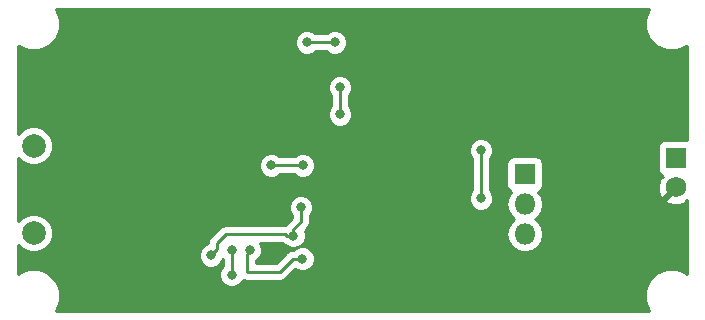
<source format=gbl>
G04 #@! TF.GenerationSoftware,KiCad,Pcbnew,5.0.1*
G04 #@! TF.CreationDate,2019-03-20T12:14:45+09:00*
G04 #@! TF.ProjectId,supersonic_bone_therapy_equipment,7375706572736F6E69635F626F6E655F,rev?*
G04 #@! TF.SameCoordinates,Original*
G04 #@! TF.FileFunction,Copper,L2,Bot,Signal*
G04 #@! TF.FilePolarity,Positive*
%FSLAX46Y46*%
G04 Gerber Fmt 4.6, Leading zero omitted, Abs format (unit mm)*
G04 Created by KiCad (PCBNEW 5.0.1) date 2019年03月20日 12時14分45秒*
%MOMM*%
%LPD*%
G01*
G04 APERTURE LIST*
G04 #@! TA.AperFunction,ComponentPad*
%ADD10C,2.000000*%
G04 #@! TD*
G04 #@! TA.AperFunction,ComponentPad*
%ADD11C,1.750000*%
G04 #@! TD*
G04 #@! TA.AperFunction,ComponentPad*
%ADD12R,1.750000X1.750000*%
G04 #@! TD*
G04 #@! TA.AperFunction,ComponentPad*
%ADD13O,1.800000X1.800000*%
G04 #@! TD*
G04 #@! TA.AperFunction,ComponentPad*
%ADD14R,1.800000X1.800000*%
G04 #@! TD*
G04 #@! TA.AperFunction,ViaPad*
%ADD15C,0.800000*%
G04 #@! TD*
G04 #@! TA.AperFunction,Conductor*
%ADD16C,0.250000*%
G04 #@! TD*
G04 #@! TA.AperFunction,Conductor*
%ADD17C,0.254000*%
G04 #@! TD*
G04 APERTURE END LIST*
D10*
G04 #@! TO.P,J1,2*
G04 #@! TO.N,GND*
X127000000Y-106700000D03*
X127000000Y-99300000D03*
G04 #@! TD*
D11*
G04 #@! TO.P,J2,2*
G04 #@! TO.N,+5V*
X181356000Y-102830000D03*
D12*
G04 #@! TO.P,J2,1*
G04 #@! TO.N,Net-(J2-Pad1)*
X181356000Y-100330000D03*
G04 #@! TD*
D13*
G04 #@! TO.P,Q1,3*
G04 #@! TO.N,GND*
X168579800Y-106807000D03*
G04 #@! TO.P,Q1,2*
G04 #@! TO.N,Net-(J2-Pad1)*
X168579800Y-104267000D03*
D14*
G04 #@! TO.P,Q1,1*
G04 #@! TO.N,Net-(Q1-Pad1)*
X168579800Y-101727000D03*
G04 #@! TD*
D15*
G04 #@! TO.N,GND*
X149008000Y-106934000D03*
X142018000Y-108590000D03*
X149638000Y-104526000D03*
X164878000Y-99700000D03*
X164878000Y-103764000D03*
X152516600Y-90556000D03*
X150146000Y-90556000D03*
X152940000Y-94366000D03*
X152940000Y-96652000D03*
G04 #@! TO.N,Net-(C2-Pad1)*
X149764000Y-108870000D03*
X145288000Y-108145000D03*
G04 #@! TO.N,+5V*
X152178000Y-88778000D03*
X151670000Y-94874000D03*
X132366000Y-100208000D03*
G04 #@! TO.N,Net-(RV1-Pad3)*
X143764000Y-110236000D03*
X143768653Y-108145000D03*
X147116800Y-100965000D03*
X149809200Y-100965000D03*
G04 #@! TD*
D16*
G04 #@! TO.N,GND*
X148442315Y-106934000D02*
X148320315Y-106812000D01*
X149008000Y-106934000D02*
X148442315Y-106934000D01*
X148320315Y-106812000D02*
X143288000Y-106812000D01*
X143288000Y-106812000D02*
X142526000Y-107574000D01*
X142526000Y-107574000D02*
X142526000Y-108082000D01*
X142526000Y-108082000D02*
X142018000Y-108590000D01*
X149008000Y-106368315D02*
X149638000Y-105738315D01*
X149008000Y-106934000D02*
X149008000Y-106368315D01*
X149638000Y-105738315D02*
X149638000Y-104526000D01*
X164878000Y-99700000D02*
X164878000Y-103764000D01*
X152516600Y-90556000D02*
X150146000Y-90556000D01*
X152940000Y-94366000D02*
X152940000Y-96652000D01*
G04 #@! TO.N,Net-(C2-Pad1)*
X149764000Y-108870000D02*
X148940000Y-108870000D01*
X148940000Y-108870000D02*
X147828000Y-109982000D01*
X147828000Y-109982000D02*
X145034000Y-109982000D01*
X145034000Y-109982000D02*
X145034000Y-108458000D01*
X145034000Y-108458000D02*
X145288000Y-108204000D01*
X145288000Y-108204000D02*
X145288000Y-108145000D01*
G04 #@! TO.N,Net-(RV1-Pad3)*
X143764000Y-108204000D02*
X143764000Y-108149653D01*
X143764000Y-108149653D02*
X143768653Y-108145000D01*
X143764000Y-110236000D02*
X143768653Y-108145000D01*
X147116800Y-100965000D02*
X149809200Y-100965000D01*
G04 #@! TD*
D17*
G04 #@! TO.N,+5V*
G36*
X179105259Y-87733974D02*
X178765000Y-88555431D01*
X178765000Y-89444569D01*
X179105259Y-90266026D01*
X179733974Y-90894741D01*
X180555431Y-91235000D01*
X181444569Y-91235000D01*
X182266026Y-90894741D01*
X182290000Y-90870767D01*
X182290000Y-98819296D01*
X182231000Y-98807560D01*
X180481000Y-98807560D01*
X180233235Y-98856843D01*
X180023191Y-98997191D01*
X179882843Y-99207235D01*
X179833560Y-99455000D01*
X179833560Y-101205000D01*
X179882843Y-101452765D01*
X180023191Y-101662809D01*
X180218745Y-101793475D01*
X180179306Y-101832914D01*
X180293938Y-101947546D01*
X180040047Y-102030884D01*
X179834410Y-102595306D01*
X179860421Y-103195458D01*
X180040047Y-103629116D01*
X180293940Y-103712455D01*
X181176395Y-102830000D01*
X181162253Y-102815858D01*
X181341858Y-102636253D01*
X181356000Y-102650395D01*
X181370143Y-102636253D01*
X181549748Y-102815858D01*
X181535605Y-102830000D01*
X181549748Y-102844143D01*
X181370143Y-103023748D01*
X181356000Y-103009605D01*
X180473545Y-103892060D01*
X180556884Y-104145953D01*
X181121306Y-104351590D01*
X181721458Y-104325579D01*
X182155116Y-104145953D01*
X182238454Y-103892062D01*
X182290001Y-103943609D01*
X182290001Y-110129234D01*
X182266026Y-110105259D01*
X181444569Y-109765000D01*
X180555431Y-109765000D01*
X179733974Y-110105259D01*
X179105259Y-110733974D01*
X178765000Y-111555431D01*
X178765000Y-112444569D01*
X179105259Y-113266026D01*
X179129233Y-113290000D01*
X128870767Y-113290000D01*
X128894741Y-113266026D01*
X129235000Y-112444569D01*
X129235000Y-111555431D01*
X128894741Y-110733974D01*
X128266026Y-110105259D01*
X127444569Y-109765000D01*
X126555431Y-109765000D01*
X125733974Y-110105259D01*
X125710000Y-110129233D01*
X125710000Y-108384126D01*
X140983000Y-108384126D01*
X140983000Y-108795874D01*
X141140569Y-109176280D01*
X141431720Y-109467431D01*
X141812126Y-109625000D01*
X142223874Y-109625000D01*
X142604280Y-109467431D01*
X142895431Y-109176280D01*
X143006956Y-108907034D01*
X143005568Y-109530721D01*
X142886569Y-109649720D01*
X142729000Y-110030126D01*
X142729000Y-110441874D01*
X142886569Y-110822280D01*
X143177720Y-111113431D01*
X143558126Y-111271000D01*
X143969874Y-111271000D01*
X144350280Y-111113431D01*
X144641431Y-110822280D01*
X144702599Y-110674608D01*
X144737463Y-110697904D01*
X145034000Y-110756889D01*
X145108852Y-110742000D01*
X147753153Y-110742000D01*
X147828000Y-110756888D01*
X147902847Y-110742000D01*
X147902852Y-110742000D01*
X148124537Y-110697904D01*
X148375929Y-110529929D01*
X148418331Y-110466471D01*
X149157546Y-109727257D01*
X149177720Y-109747431D01*
X149558126Y-109905000D01*
X149969874Y-109905000D01*
X150350280Y-109747431D01*
X150641431Y-109456280D01*
X150799000Y-109075874D01*
X150799000Y-108664126D01*
X150641431Y-108283720D01*
X150350280Y-107992569D01*
X149969874Y-107835000D01*
X149558126Y-107835000D01*
X149177720Y-107992569D01*
X149060289Y-108110000D01*
X149014846Y-108110000D01*
X148939999Y-108095112D01*
X148865152Y-108110000D01*
X148865148Y-108110000D01*
X148643463Y-108154096D01*
X148580902Y-108195898D01*
X148455526Y-108279671D01*
X148455524Y-108279673D01*
X148392071Y-108322071D01*
X148349673Y-108385525D01*
X147513199Y-109222000D01*
X145794000Y-109222000D01*
X145794000Y-109055684D01*
X145874280Y-109022431D01*
X146165431Y-108731280D01*
X146323000Y-108350874D01*
X146323000Y-107939126D01*
X146170932Y-107572000D01*
X148029187Y-107572000D01*
X148145778Y-107649904D01*
X148288603Y-107678314D01*
X148421720Y-107811431D01*
X148802126Y-107969000D01*
X149213874Y-107969000D01*
X149594280Y-107811431D01*
X149885431Y-107520280D01*
X150043000Y-107139874D01*
X150043000Y-106728126D01*
X149949272Y-106501845D01*
X150122473Y-106328644D01*
X150185929Y-106286244D01*
X150353904Y-106034852D01*
X150398000Y-105813167D01*
X150398000Y-105813163D01*
X150412888Y-105738315D01*
X150398000Y-105663467D01*
X150398000Y-105229711D01*
X150515431Y-105112280D01*
X150673000Y-104731874D01*
X150673000Y-104320126D01*
X150515431Y-103939720D01*
X150224280Y-103648569D01*
X149843874Y-103491000D01*
X149432126Y-103491000D01*
X149051720Y-103648569D01*
X148760569Y-103939720D01*
X148603000Y-104320126D01*
X148603000Y-104731874D01*
X148760569Y-105112280D01*
X148878000Y-105229711D01*
X148878000Y-105423513D01*
X148523528Y-105777986D01*
X148460072Y-105820386D01*
X148314484Y-106038272D01*
X148245468Y-106052000D01*
X143362848Y-106052000D01*
X143288000Y-106037112D01*
X143213152Y-106052000D01*
X143213148Y-106052000D01*
X143039605Y-106086520D01*
X142991462Y-106096096D01*
X142823878Y-106208073D01*
X142740071Y-106264071D01*
X142697671Y-106327527D01*
X142041530Y-106983669D01*
X141978071Y-107026071D01*
X141810096Y-107277464D01*
X141766000Y-107499149D01*
X141766000Y-107499153D01*
X141751112Y-107574000D01*
X141752265Y-107579795D01*
X141431720Y-107712569D01*
X141140569Y-108003720D01*
X140983000Y-108384126D01*
X125710000Y-108384126D01*
X125710000Y-107722239D01*
X126073847Y-108086086D01*
X126674778Y-108335000D01*
X127325222Y-108335000D01*
X127926153Y-108086086D01*
X128386086Y-107626153D01*
X128635000Y-107025222D01*
X128635000Y-106374778D01*
X128386086Y-105773847D01*
X127926153Y-105313914D01*
X127325222Y-105065000D01*
X126674778Y-105065000D01*
X126073847Y-105313914D01*
X125710000Y-105677761D01*
X125710000Y-100322239D01*
X126073847Y-100686086D01*
X126674778Y-100935000D01*
X127325222Y-100935000D01*
X127749819Y-100759126D01*
X146081800Y-100759126D01*
X146081800Y-101170874D01*
X146239369Y-101551280D01*
X146530520Y-101842431D01*
X146910926Y-102000000D01*
X147322674Y-102000000D01*
X147703080Y-101842431D01*
X147820511Y-101725000D01*
X149105489Y-101725000D01*
X149222920Y-101842431D01*
X149603326Y-102000000D01*
X150015074Y-102000000D01*
X150395480Y-101842431D01*
X150686631Y-101551280D01*
X150844200Y-101170874D01*
X150844200Y-100759126D01*
X150686631Y-100378720D01*
X150395480Y-100087569D01*
X150015074Y-99930000D01*
X149603326Y-99930000D01*
X149222920Y-100087569D01*
X149105489Y-100205000D01*
X147820511Y-100205000D01*
X147703080Y-100087569D01*
X147322674Y-99930000D01*
X146910926Y-99930000D01*
X146530520Y-100087569D01*
X146239369Y-100378720D01*
X146081800Y-100759126D01*
X127749819Y-100759126D01*
X127926153Y-100686086D01*
X128386086Y-100226153D01*
X128635000Y-99625222D01*
X128635000Y-99494126D01*
X163843000Y-99494126D01*
X163843000Y-99905874D01*
X164000569Y-100286280D01*
X164118000Y-100403711D01*
X164118001Y-103060288D01*
X164000569Y-103177720D01*
X163843000Y-103558126D01*
X163843000Y-103969874D01*
X164000569Y-104350280D01*
X164291720Y-104641431D01*
X164672126Y-104799000D01*
X165083874Y-104799000D01*
X165464280Y-104641431D01*
X165755431Y-104350280D01*
X165789926Y-104267000D01*
X167014728Y-104267000D01*
X167133862Y-104865927D01*
X167473127Y-105373673D01*
X167717563Y-105537000D01*
X167473127Y-105700327D01*
X167133862Y-106208073D01*
X167014728Y-106807000D01*
X167133862Y-107405927D01*
X167473127Y-107913673D01*
X167980873Y-108252938D01*
X168428618Y-108342000D01*
X168730982Y-108342000D01*
X169178727Y-108252938D01*
X169686473Y-107913673D01*
X170025738Y-107405927D01*
X170144872Y-106807000D01*
X170025738Y-106208073D01*
X169686473Y-105700327D01*
X169442037Y-105537000D01*
X169686473Y-105373673D01*
X170025738Y-104865927D01*
X170144872Y-104267000D01*
X170025738Y-103668073D01*
X169729104Y-103224129D01*
X169937609Y-103084809D01*
X170077957Y-102874765D01*
X170127240Y-102627000D01*
X170127240Y-100827000D01*
X170077957Y-100579235D01*
X169937609Y-100369191D01*
X169727565Y-100228843D01*
X169479800Y-100179560D01*
X167679800Y-100179560D01*
X167432035Y-100228843D01*
X167221991Y-100369191D01*
X167081643Y-100579235D01*
X167032360Y-100827000D01*
X167032360Y-102627000D01*
X167081643Y-102874765D01*
X167221991Y-103084809D01*
X167430496Y-103224129D01*
X167133862Y-103668073D01*
X167014728Y-104267000D01*
X165789926Y-104267000D01*
X165913000Y-103969874D01*
X165913000Y-103558126D01*
X165755431Y-103177720D01*
X165638000Y-103060289D01*
X165638000Y-100403711D01*
X165755431Y-100286280D01*
X165913000Y-99905874D01*
X165913000Y-99494126D01*
X165755431Y-99113720D01*
X165464280Y-98822569D01*
X165083874Y-98665000D01*
X164672126Y-98665000D01*
X164291720Y-98822569D01*
X164000569Y-99113720D01*
X163843000Y-99494126D01*
X128635000Y-99494126D01*
X128635000Y-98974778D01*
X128386086Y-98373847D01*
X127926153Y-97913914D01*
X127325222Y-97665000D01*
X126674778Y-97665000D01*
X126073847Y-97913914D01*
X125710000Y-98277761D01*
X125710000Y-94160126D01*
X151905000Y-94160126D01*
X151905000Y-94571874D01*
X152062569Y-94952280D01*
X152180000Y-95069711D01*
X152180001Y-95948288D01*
X152062569Y-96065720D01*
X151905000Y-96446126D01*
X151905000Y-96857874D01*
X152062569Y-97238280D01*
X152353720Y-97529431D01*
X152734126Y-97687000D01*
X153145874Y-97687000D01*
X153526280Y-97529431D01*
X153817431Y-97238280D01*
X153975000Y-96857874D01*
X153975000Y-96446126D01*
X153817431Y-96065720D01*
X153700000Y-95948289D01*
X153700000Y-95069711D01*
X153817431Y-94952280D01*
X153975000Y-94571874D01*
X153975000Y-94160126D01*
X153817431Y-93779720D01*
X153526280Y-93488569D01*
X153145874Y-93331000D01*
X152734126Y-93331000D01*
X152353720Y-93488569D01*
X152062569Y-93779720D01*
X151905000Y-94160126D01*
X125710000Y-94160126D01*
X125710000Y-90870767D01*
X125733974Y-90894741D01*
X126555431Y-91235000D01*
X127444569Y-91235000D01*
X128266026Y-90894741D01*
X128810641Y-90350126D01*
X149111000Y-90350126D01*
X149111000Y-90761874D01*
X149268569Y-91142280D01*
X149559720Y-91433431D01*
X149940126Y-91591000D01*
X150351874Y-91591000D01*
X150732280Y-91433431D01*
X150849711Y-91316000D01*
X151812889Y-91316000D01*
X151930320Y-91433431D01*
X152310726Y-91591000D01*
X152722474Y-91591000D01*
X153102880Y-91433431D01*
X153394031Y-91142280D01*
X153551600Y-90761874D01*
X153551600Y-90350126D01*
X153394031Y-89969720D01*
X153102880Y-89678569D01*
X152722474Y-89521000D01*
X152310726Y-89521000D01*
X151930320Y-89678569D01*
X151812889Y-89796000D01*
X150849711Y-89796000D01*
X150732280Y-89678569D01*
X150351874Y-89521000D01*
X149940126Y-89521000D01*
X149559720Y-89678569D01*
X149268569Y-89969720D01*
X149111000Y-90350126D01*
X128810641Y-90350126D01*
X128894741Y-90266026D01*
X129235000Y-89444569D01*
X129235000Y-88555431D01*
X128894741Y-87733974D01*
X128870767Y-87710000D01*
X179129233Y-87710000D01*
X179105259Y-87733974D01*
X179105259Y-87733974D01*
G37*
X179105259Y-87733974D02*
X178765000Y-88555431D01*
X178765000Y-89444569D01*
X179105259Y-90266026D01*
X179733974Y-90894741D01*
X180555431Y-91235000D01*
X181444569Y-91235000D01*
X182266026Y-90894741D01*
X182290000Y-90870767D01*
X182290000Y-98819296D01*
X182231000Y-98807560D01*
X180481000Y-98807560D01*
X180233235Y-98856843D01*
X180023191Y-98997191D01*
X179882843Y-99207235D01*
X179833560Y-99455000D01*
X179833560Y-101205000D01*
X179882843Y-101452765D01*
X180023191Y-101662809D01*
X180218745Y-101793475D01*
X180179306Y-101832914D01*
X180293938Y-101947546D01*
X180040047Y-102030884D01*
X179834410Y-102595306D01*
X179860421Y-103195458D01*
X180040047Y-103629116D01*
X180293940Y-103712455D01*
X181176395Y-102830000D01*
X181162253Y-102815858D01*
X181341858Y-102636253D01*
X181356000Y-102650395D01*
X181370143Y-102636253D01*
X181549748Y-102815858D01*
X181535605Y-102830000D01*
X181549748Y-102844143D01*
X181370143Y-103023748D01*
X181356000Y-103009605D01*
X180473545Y-103892060D01*
X180556884Y-104145953D01*
X181121306Y-104351590D01*
X181721458Y-104325579D01*
X182155116Y-104145953D01*
X182238454Y-103892062D01*
X182290001Y-103943609D01*
X182290001Y-110129234D01*
X182266026Y-110105259D01*
X181444569Y-109765000D01*
X180555431Y-109765000D01*
X179733974Y-110105259D01*
X179105259Y-110733974D01*
X178765000Y-111555431D01*
X178765000Y-112444569D01*
X179105259Y-113266026D01*
X179129233Y-113290000D01*
X128870767Y-113290000D01*
X128894741Y-113266026D01*
X129235000Y-112444569D01*
X129235000Y-111555431D01*
X128894741Y-110733974D01*
X128266026Y-110105259D01*
X127444569Y-109765000D01*
X126555431Y-109765000D01*
X125733974Y-110105259D01*
X125710000Y-110129233D01*
X125710000Y-108384126D01*
X140983000Y-108384126D01*
X140983000Y-108795874D01*
X141140569Y-109176280D01*
X141431720Y-109467431D01*
X141812126Y-109625000D01*
X142223874Y-109625000D01*
X142604280Y-109467431D01*
X142895431Y-109176280D01*
X143006956Y-108907034D01*
X143005568Y-109530721D01*
X142886569Y-109649720D01*
X142729000Y-110030126D01*
X142729000Y-110441874D01*
X142886569Y-110822280D01*
X143177720Y-111113431D01*
X143558126Y-111271000D01*
X143969874Y-111271000D01*
X144350280Y-111113431D01*
X144641431Y-110822280D01*
X144702599Y-110674608D01*
X144737463Y-110697904D01*
X145034000Y-110756889D01*
X145108852Y-110742000D01*
X147753153Y-110742000D01*
X147828000Y-110756888D01*
X147902847Y-110742000D01*
X147902852Y-110742000D01*
X148124537Y-110697904D01*
X148375929Y-110529929D01*
X148418331Y-110466471D01*
X149157546Y-109727257D01*
X149177720Y-109747431D01*
X149558126Y-109905000D01*
X149969874Y-109905000D01*
X150350280Y-109747431D01*
X150641431Y-109456280D01*
X150799000Y-109075874D01*
X150799000Y-108664126D01*
X150641431Y-108283720D01*
X150350280Y-107992569D01*
X149969874Y-107835000D01*
X149558126Y-107835000D01*
X149177720Y-107992569D01*
X149060289Y-108110000D01*
X149014846Y-108110000D01*
X148939999Y-108095112D01*
X148865152Y-108110000D01*
X148865148Y-108110000D01*
X148643463Y-108154096D01*
X148580902Y-108195898D01*
X148455526Y-108279671D01*
X148455524Y-108279673D01*
X148392071Y-108322071D01*
X148349673Y-108385525D01*
X147513199Y-109222000D01*
X145794000Y-109222000D01*
X145794000Y-109055684D01*
X145874280Y-109022431D01*
X146165431Y-108731280D01*
X146323000Y-108350874D01*
X146323000Y-107939126D01*
X146170932Y-107572000D01*
X148029187Y-107572000D01*
X148145778Y-107649904D01*
X148288603Y-107678314D01*
X148421720Y-107811431D01*
X148802126Y-107969000D01*
X149213874Y-107969000D01*
X149594280Y-107811431D01*
X149885431Y-107520280D01*
X150043000Y-107139874D01*
X150043000Y-106728126D01*
X149949272Y-106501845D01*
X150122473Y-106328644D01*
X150185929Y-106286244D01*
X150353904Y-106034852D01*
X150398000Y-105813167D01*
X150398000Y-105813163D01*
X150412888Y-105738315D01*
X150398000Y-105663467D01*
X150398000Y-105229711D01*
X150515431Y-105112280D01*
X150673000Y-104731874D01*
X150673000Y-104320126D01*
X150515431Y-103939720D01*
X150224280Y-103648569D01*
X149843874Y-103491000D01*
X149432126Y-103491000D01*
X149051720Y-103648569D01*
X148760569Y-103939720D01*
X148603000Y-104320126D01*
X148603000Y-104731874D01*
X148760569Y-105112280D01*
X148878000Y-105229711D01*
X148878000Y-105423513D01*
X148523528Y-105777986D01*
X148460072Y-105820386D01*
X148314484Y-106038272D01*
X148245468Y-106052000D01*
X143362848Y-106052000D01*
X143288000Y-106037112D01*
X143213152Y-106052000D01*
X143213148Y-106052000D01*
X143039605Y-106086520D01*
X142991462Y-106096096D01*
X142823878Y-106208073D01*
X142740071Y-106264071D01*
X142697671Y-106327527D01*
X142041530Y-106983669D01*
X141978071Y-107026071D01*
X141810096Y-107277464D01*
X141766000Y-107499149D01*
X141766000Y-107499153D01*
X141751112Y-107574000D01*
X141752265Y-107579795D01*
X141431720Y-107712569D01*
X141140569Y-108003720D01*
X140983000Y-108384126D01*
X125710000Y-108384126D01*
X125710000Y-107722239D01*
X126073847Y-108086086D01*
X126674778Y-108335000D01*
X127325222Y-108335000D01*
X127926153Y-108086086D01*
X128386086Y-107626153D01*
X128635000Y-107025222D01*
X128635000Y-106374778D01*
X128386086Y-105773847D01*
X127926153Y-105313914D01*
X127325222Y-105065000D01*
X126674778Y-105065000D01*
X126073847Y-105313914D01*
X125710000Y-105677761D01*
X125710000Y-100322239D01*
X126073847Y-100686086D01*
X126674778Y-100935000D01*
X127325222Y-100935000D01*
X127749819Y-100759126D01*
X146081800Y-100759126D01*
X146081800Y-101170874D01*
X146239369Y-101551280D01*
X146530520Y-101842431D01*
X146910926Y-102000000D01*
X147322674Y-102000000D01*
X147703080Y-101842431D01*
X147820511Y-101725000D01*
X149105489Y-101725000D01*
X149222920Y-101842431D01*
X149603326Y-102000000D01*
X150015074Y-102000000D01*
X150395480Y-101842431D01*
X150686631Y-101551280D01*
X150844200Y-101170874D01*
X150844200Y-100759126D01*
X150686631Y-100378720D01*
X150395480Y-100087569D01*
X150015074Y-99930000D01*
X149603326Y-99930000D01*
X149222920Y-100087569D01*
X149105489Y-100205000D01*
X147820511Y-100205000D01*
X147703080Y-100087569D01*
X147322674Y-99930000D01*
X146910926Y-99930000D01*
X146530520Y-100087569D01*
X146239369Y-100378720D01*
X146081800Y-100759126D01*
X127749819Y-100759126D01*
X127926153Y-100686086D01*
X128386086Y-100226153D01*
X128635000Y-99625222D01*
X128635000Y-99494126D01*
X163843000Y-99494126D01*
X163843000Y-99905874D01*
X164000569Y-100286280D01*
X164118000Y-100403711D01*
X164118001Y-103060288D01*
X164000569Y-103177720D01*
X163843000Y-103558126D01*
X163843000Y-103969874D01*
X164000569Y-104350280D01*
X164291720Y-104641431D01*
X164672126Y-104799000D01*
X165083874Y-104799000D01*
X165464280Y-104641431D01*
X165755431Y-104350280D01*
X165789926Y-104267000D01*
X167014728Y-104267000D01*
X167133862Y-104865927D01*
X167473127Y-105373673D01*
X167717563Y-105537000D01*
X167473127Y-105700327D01*
X167133862Y-106208073D01*
X167014728Y-106807000D01*
X167133862Y-107405927D01*
X167473127Y-107913673D01*
X167980873Y-108252938D01*
X168428618Y-108342000D01*
X168730982Y-108342000D01*
X169178727Y-108252938D01*
X169686473Y-107913673D01*
X170025738Y-107405927D01*
X170144872Y-106807000D01*
X170025738Y-106208073D01*
X169686473Y-105700327D01*
X169442037Y-105537000D01*
X169686473Y-105373673D01*
X170025738Y-104865927D01*
X170144872Y-104267000D01*
X170025738Y-103668073D01*
X169729104Y-103224129D01*
X169937609Y-103084809D01*
X170077957Y-102874765D01*
X170127240Y-102627000D01*
X170127240Y-100827000D01*
X170077957Y-100579235D01*
X169937609Y-100369191D01*
X169727565Y-100228843D01*
X169479800Y-100179560D01*
X167679800Y-100179560D01*
X167432035Y-100228843D01*
X167221991Y-100369191D01*
X167081643Y-100579235D01*
X167032360Y-100827000D01*
X167032360Y-102627000D01*
X167081643Y-102874765D01*
X167221991Y-103084809D01*
X167430496Y-103224129D01*
X167133862Y-103668073D01*
X167014728Y-104267000D01*
X165789926Y-104267000D01*
X165913000Y-103969874D01*
X165913000Y-103558126D01*
X165755431Y-103177720D01*
X165638000Y-103060289D01*
X165638000Y-100403711D01*
X165755431Y-100286280D01*
X165913000Y-99905874D01*
X165913000Y-99494126D01*
X165755431Y-99113720D01*
X165464280Y-98822569D01*
X165083874Y-98665000D01*
X164672126Y-98665000D01*
X164291720Y-98822569D01*
X164000569Y-99113720D01*
X163843000Y-99494126D01*
X128635000Y-99494126D01*
X128635000Y-98974778D01*
X128386086Y-98373847D01*
X127926153Y-97913914D01*
X127325222Y-97665000D01*
X126674778Y-97665000D01*
X126073847Y-97913914D01*
X125710000Y-98277761D01*
X125710000Y-94160126D01*
X151905000Y-94160126D01*
X151905000Y-94571874D01*
X152062569Y-94952280D01*
X152180000Y-95069711D01*
X152180001Y-95948288D01*
X152062569Y-96065720D01*
X151905000Y-96446126D01*
X151905000Y-96857874D01*
X152062569Y-97238280D01*
X152353720Y-97529431D01*
X152734126Y-97687000D01*
X153145874Y-97687000D01*
X153526280Y-97529431D01*
X153817431Y-97238280D01*
X153975000Y-96857874D01*
X153975000Y-96446126D01*
X153817431Y-96065720D01*
X153700000Y-95948289D01*
X153700000Y-95069711D01*
X153817431Y-94952280D01*
X153975000Y-94571874D01*
X153975000Y-94160126D01*
X153817431Y-93779720D01*
X153526280Y-93488569D01*
X153145874Y-93331000D01*
X152734126Y-93331000D01*
X152353720Y-93488569D01*
X152062569Y-93779720D01*
X151905000Y-94160126D01*
X125710000Y-94160126D01*
X125710000Y-90870767D01*
X125733974Y-90894741D01*
X126555431Y-91235000D01*
X127444569Y-91235000D01*
X128266026Y-90894741D01*
X128810641Y-90350126D01*
X149111000Y-90350126D01*
X149111000Y-90761874D01*
X149268569Y-91142280D01*
X149559720Y-91433431D01*
X149940126Y-91591000D01*
X150351874Y-91591000D01*
X150732280Y-91433431D01*
X150849711Y-91316000D01*
X151812889Y-91316000D01*
X151930320Y-91433431D01*
X152310726Y-91591000D01*
X152722474Y-91591000D01*
X153102880Y-91433431D01*
X153394031Y-91142280D01*
X153551600Y-90761874D01*
X153551600Y-90350126D01*
X153394031Y-89969720D01*
X153102880Y-89678569D01*
X152722474Y-89521000D01*
X152310726Y-89521000D01*
X151930320Y-89678569D01*
X151812889Y-89796000D01*
X150849711Y-89796000D01*
X150732280Y-89678569D01*
X150351874Y-89521000D01*
X149940126Y-89521000D01*
X149559720Y-89678569D01*
X149268569Y-89969720D01*
X149111000Y-90350126D01*
X128810641Y-90350126D01*
X128894741Y-90266026D01*
X129235000Y-89444569D01*
X129235000Y-88555431D01*
X128894741Y-87733974D01*
X128870767Y-87710000D01*
X179129233Y-87710000D01*
X179105259Y-87733974D01*
G04 #@! TD*
M02*

</source>
